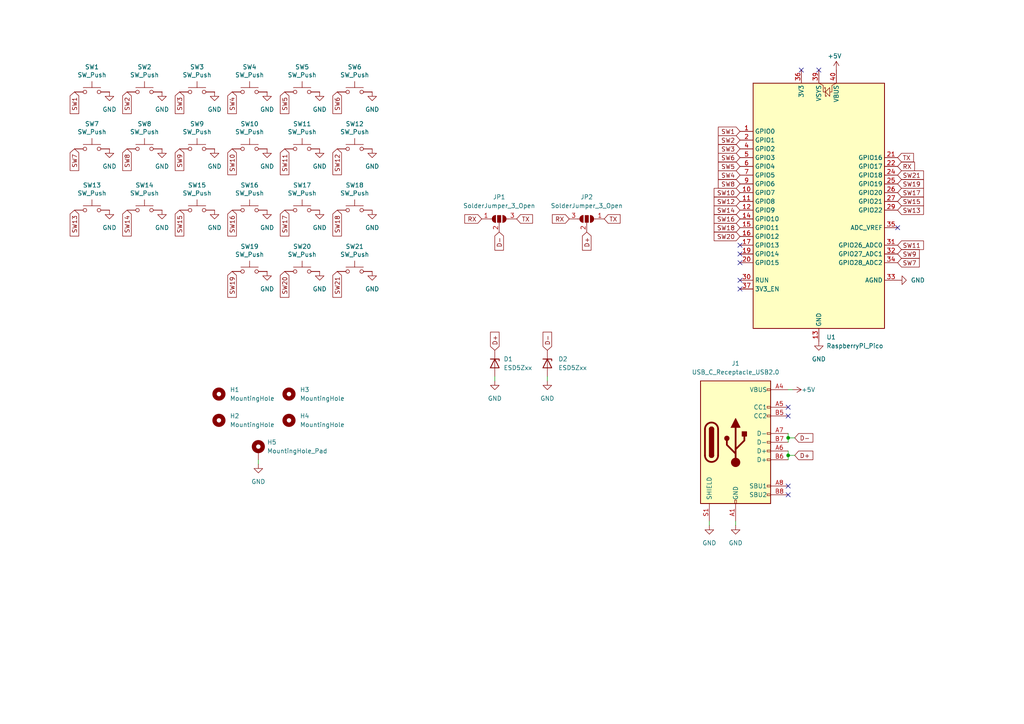
<source format=kicad_sch>
(kicad_sch (version 20231120) (generator "eeschema") (generator_version "8.0")
  (paper "A4")
  (title_block (title "Epsilon") (date "2024-01-07") (rev "0.1") (company "PR"))
  (lib_symbols
    (symbol "Connector:USB_C_Receptacle_USB2.0" (pin_names (offset 1.016))
      (property "Reference" "J" (at -10.16 19.05 0))
      (property "Value" "USB_C_Receptacle_USB2.0" (at 19.05 19.05 0))
      (symbol "USB_C_Receptacle_USB2.0_0_0"
        (rectangle (start -0.254 -17.78) (end 0.254 -16.764))
        (rectangle (start 10.16 -14.986) (end 9.144 -15.494))
        (rectangle (start 10.16 -12.446) (end 9.144 -12.954))
        (rectangle (start 10.16 -4.826) (end 9.144 -5.334))
        (rectangle (start 10.16 -2.286) (end 9.144 -2.794))
        (rectangle (start 10.16 0.254) (end 9.144 -0.254))
        (rectangle (start 10.16 2.794) (end 9.144 2.286))
        (rectangle (start 10.16 7.874) (end 9.144 7.366))
        (rectangle (start 10.16 10.414) (end 9.144 9.906))
        (rectangle (start 10.16 15.494) (end 9.144 14.986))
      )
      (symbol "USB_C_Receptacle_USB2.0_0_1"
        (rectangle (start -10.16 17.78) (end 10.16 -17.78) (stroke (width 0.254)) (fill (type background)))
        (arc (start -8.89 -3.81) (mid -6.985 -5.7067) (end -5.08 -3.81) (stroke (width 0.508)))
        (arc (start -7.62 -3.81) (mid -6.985 -4.4423) (end -6.35 -3.81) (stroke (width 0.254)))
        (arc (start -7.62 -3.81) (mid -6.985 -4.4423) (end -6.35 -3.81) (stroke (width 0.254)) (fill (type outline)))
        (rectangle (start -7.62 -3.81) (end -6.35 3.81) (stroke (width 0.254)) (fill (type outline)))
        (arc (start -6.35 3.81) (mid -6.985 4.4423) (end -7.62 3.81) (stroke (width 0.254)))
        (arc (start -6.35 3.81) (mid -6.985 4.4423) (end -7.62 3.81) (stroke (width 0.254)) (fill (type outline)))
        (arc (start -5.08 3.81) (mid -6.985 5.7067) (end -8.89 3.81) (stroke (width 0.508)))
        (circle (center -2.54 1.143) (radius 0.635) (stroke (width 0.254)) (fill (type outline)))
        (circle (center 0 -5.842) (radius 1.27) (fill (type outline)))
        (polyline (pts (xy -8.89 -3.81) (xy -8.89 3.81)) (stroke (width 0.508)))
        (polyline (pts (xy -5.08 3.81) (xy -5.08 -3.81)) (stroke (width 0.508)))
        (polyline (pts (xy 0 -5.842) (xy 0 4.318)) (stroke (width 0.508)))
        (polyline (pts (xy 0 -3.302) (xy -2.54 -0.762) (xy -2.54 0.508)) (stroke (width 0.508)))
        (polyline (pts (xy 0 -2.032) (xy 2.54 0.508) (xy 2.54 1.778)) (stroke (width 0.508)))
        (polyline (pts (xy -1.27 4.318) (xy 0 6.858) (xy 1.27 4.318) (xy -1.27 4.318)) (stroke (width 0.254)) (fill (type outline)))
        (rectangle (start 1.905 1.778) (end 3.175 3.048) (stroke (width 0.254)) (fill (type outline)))
      )
      (symbol "USB_C_Receptacle_USB2.0_1_1"
        (pin passive line (at 0 -22.86 90) (length 5.08) (name "GND") (number "A1"))
        (pin passive line (at 0 -22.86 90) (length 5.08) hide (name "GND") (number "A12"))
        (pin passive line (at 15.24 15.24 180) (length 5.08) (name "VBUS") (number "A4"))
        (pin bidirectional line (at 15.24 10.16 180) (length 5.08) (name "CC1") (number "A5"))
        (pin bidirectional line (at 15.24 -2.54 180) (length 5.08) (name "D+") (number "A6"))
        (pin bidirectional line (at 15.24 2.54 180) (length 5.08) (name "D-") (number "A7"))
        (pin bidirectional line (at 15.24 -12.7 180) (length 5.08) (name "SBU1") (number "A8"))
        (pin passive line (at 15.24 15.24 180) (length 5.08) hide (name "VBUS") (number "A9"))
        (pin passive line (at 0 -22.86 90) (length 5.08) hide (name "GND") (number "B1"))
        (pin passive line (at 0 -22.86 90) (length 5.08) hide (name "GND") (number "B12"))
        (pin passive line (at 15.24 15.24 180) (length 5.08) hide (name "VBUS") (number "B4"))
        (pin bidirectional line (at 15.24 7.62 180) (length 5.08) (name "CC2") (number "B5"))
        (pin bidirectional line (at 15.24 -5.08 180) (length 5.08) (name "D+") (number "B6"))
        (pin bidirectional line (at 15.24 0 180) (length 5.08) (name "D-") (number "B7"))
        (pin bidirectional line (at 15.24 -15.24 180) (length 5.08) (name "SBU2") (number "B8"))
        (pin passive line (at 15.24 15.24 180) (length 5.08) hide (name "VBUS") (number "B9"))
        (pin passive line (at -7.62 -22.86 90) (length 5.08) (name "SHIELD") (number "S1"))
      )
    )
    (symbol "Diode:ESD5Zxx" (pin_numbers hide) (pin_names hide)
      (property "Reference" "D" (at 0 2.54 0))
      (property "Value" "ESD5Zxx" (at 0 -2.54 0))
      (symbol "ESD5Zxx_0_1"
        (polyline (pts (xy 1.27 0) (xy -1.27 0)))
        (polyline (pts (xy -1.27 -1.27) (xy -1.27 1.27) (xy -0.762 1.27)) (stroke (width 0.254)))
        (polyline (pts (xy 1.27 -1.27) (xy 1.27 1.27) (xy -1.27 0) (xy 1.27 -1.27)) (stroke (width 0.254)))
      )
      (symbol "ESD5Zxx_1_1"
        (pin passive line (at -3.81 0 0) (length 2.54) (name "K") (number "1"))
        (pin passive line (at 3.81 0 180) (length 2.54) (name "A") (number "2"))
      )
    )
    (symbol "Jumper:SolderJumper_3_Open" (pin_names (offset 0) hide)
      (property "Reference" "JP" (at -2.54 -2.54 0))
      (property "Value" "SolderJumper_3_Open" (at 0 2.794 0))
      (symbol "SolderJumper_3_Open_0_1"
        (arc (start -1.016 1.016) (mid -2.0276 0) (end -1.016 -1.016))
        (arc (start -1.016 1.016) (mid -2.0276 0) (end -1.016 -1.016) (fill (type outline)))
        (rectangle (start -0.508 1.016) (end 0.508 -1.016) (fill (type outline)))
        (polyline (pts (xy -2.54 0) (xy -2.032 0)))
        (polyline (pts (xy -1.016 1.016) (xy -1.016 -1.016)))
        (polyline (pts (xy 0 -1.27) (xy 0 -1.016)))
        (polyline (pts (xy 1.016 1.016) (xy 1.016 -1.016)))
        (polyline (pts (xy 2.54 0) (xy 2.032 0)))
        (arc (start 1.016 -1.016) (mid 2.0276 0) (end 1.016 1.016))
        (arc (start 1.016 -1.016) (mid 2.0276 0) (end 1.016 1.016) (fill (type outline)))
      )
      (symbol "SolderJumper_3_Open_1_1"
        (pin passive line (at -5.08 0 0) (length 2.54) (name "A") (number "1"))
        (pin passive line (at 0 -3.81 90) (length 2.54) (name "C") (number "2"))
        (pin passive line (at 5.08 0 180) (length 2.54) (name "B") (number "3"))
      )
    )
    (symbol "Mechanical:MountingHole" (pin_names (offset 1.016))
      (property "Reference" "H" (at 0 5.08 0))
      (property "Value" "MountingHole" (at 0 3.175 0))
      (symbol "MountingHole_0_1"
        (circle (center 0 0) (radius 1.27) (stroke (width 1.27)))
      )
    )
    (symbol "Mechanical:MountingHole_Pad" (pin_numbers hide) (pin_names (offset 1.016) hide)
      (property "Reference" "H" (at 0 6.35 0))
      (property "Value" "MountingHole_Pad" (at 0 4.445 0))
      (symbol "MountingHole_Pad_0_1"
        (circle (center 0 1.27) (radius 1.27) (stroke (width 1.27)))
      )
      (symbol "MountingHole_Pad_1_1"
        (pin input line (at 0 -2.54 90) (length 2.54) (name "1") (number "1"))
      )
    )
    (symbol "Switch:SW_Push" (pin_numbers hide) (pin_names (offset 1.016) hide)
      (property "Reference" "SW" (at 1.27 2.54 0))
      (property "Value" "SW_Push" (at 0 -1.524 0))
      (symbol "SW_Push_0_1"
        (circle (center -2.032 0) (radius 0.508))
        (polyline (pts (xy 0 1.27) (xy 0 3.048)))
        (polyline (pts (xy 2.54 1.27) (xy -2.54 1.27)))
        (circle (center 2.032 0) (radius 0.508))
        (pin passive line (at -5.08 0 0) (length 2.54) (name "1") (number "1"))
        (pin passive line (at 5.08 0 180) (length 2.54) (name "2") (number "2"))
      )
    )
    (symbol "pico:RaspberryPi_Pico"
      (property "Reference" "U" (at -19.05 38.1 0))
      (property "Value" "RaspberryPi_Pico" (at 7.62 38.1 0))
      (symbol "RaspberryPi_Pico_0_1"
        (rectangle (start -19.05 36.83) (end 19.05 -34.29) (stroke (width 0.254)) (fill (type background)))
        (polyline (pts (xy 0 36.83) (xy 1.27 36.195) (xy 1.27 34.29) (xy 1.905 34.29)))
        (polyline (pts (xy 1.905 34.29) (xy 3.175 35.56) (xy 3.175 33.02) (xy 1.905 34.29)))
        (polyline (pts (xy 5.08 36.83) (xy 3.81 36.195) (xy 3.81 34.29) (xy 3.175 34.29)))
        (polyline (pts (xy 1.651 35.306) (xy 1.651 35.56) (xy 1.905 35.56) (xy 1.905 33.02) (xy 2.159 33.02) (xy 2.159 33.274)))
      )
      (symbol "RaspberryPi_Pico_1_1"
        (pin bidirectional line (at -22.86 22.86 0) (length 3.81) (name "GPIO0") (number "1"))
        (pin bidirectional line (at -22.86 5.08 0) (length 3.81) (name "GPIO7") (number "10"))
        (pin bidirectional line (at -22.86 2.54 0) (length 3.81) (name "GPIO8") (number "11"))
        (pin bidirectional line (at -22.86 0 0) (length 3.81) (name "GPIO9") (number "12"))
        (pin power_out line (at 0 -38.1 90) (length 3.81) (name "GND") (number "13"))
        (pin bidirectional line (at -22.86 -2.54 0) (length 3.81) (name "GPIO10") (number "14"))
        (pin bidirectional line (at -22.86 -5.08 0) (length 3.81) (name "GPIO11") (number "15"))
        (pin bidirectional line (at -22.86 -7.62 0) (length 3.81) (name "GPIO12") (number "16"))
        (pin bidirectional line (at -22.86 -10.16 0) (length 3.81) (name "GPIO13") (number "17"))
        (pin passive line (at 0 -38.1 90) (length 3.81) hide (name "GND") (number "18"))
        (pin bidirectional line (at -22.86 -12.7 0) (length 3.81) (name "GPIO14") (number "19"))
        (pin bidirectional line (at -22.86 20.32 0) (length 3.81) (name "GPIO1") (number "2"))
        (pin bidirectional line (at -22.86 -15.24 0) (length 3.81) (name "GPIO15") (number "20"))
        (pin bidirectional line (at 22.86 15.24 180) (length 3.81) (name "GPIO16") (number "21"))
        (pin bidirectional line (at 22.86 12.7 180) (length 3.81) (name "GPIO17") (number "22"))
        (pin passive line (at 0 -38.1 90) (length 3.81) hide (name "GND") (number "23"))
        (pin bidirectional line (at 22.86 10.16 180) (length 3.81) (name "GPIO18") (number "24"))
        (pin bidirectional line (at 22.86 7.62 180) (length 3.81) (name "GPIO19") (number "25"))
        (pin bidirectional line (at 22.86 5.08 180) (length 3.81) (name "GPIO20") (number "26"))
        (pin bidirectional line (at 22.86 2.54 180) (length 3.81) (name "GPIO21") (number "27"))
        (pin passive line (at 0 -38.1 90) (length 3.81) hide (name "GND") (number "28"))
        (pin bidirectional line (at 22.86 0 180) (length 3.81) (name "GPIO22") (number "29"))
        (pin passive line (at 0 -38.1 90) (length 3.81) hide (name "GND") (number "3"))
        (pin input line (at -22.86 -20.32 0) (length 3.81) (name "RUN") (number "30"))
        (pin bidirectional line (at 22.86 -10.16 180) (length 3.81) (name "GPIO26_ADC0") (number "31"))
        (pin bidirectional line (at 22.86 -12.7 180) (length 3.81) (name "GPIO27_ADC1") (number "32"))
        (pin power_in line (at 22.86 -20.32 180) (length 3.81) (name "AGND") (number "33"))
        (pin bidirectional line (at 22.86 -15.24 180) (length 3.81) (name "GPIO28_ADC2") (number "34"))
        (pin power_in line (at 22.86 -5.08 180) (length 3.81) (name "ADC_VREF") (number "35"))
        (pin power_out line (at -5.08 40.64 270) (length 3.81) (name "3V3") (number "36"))
        (pin input line (at -22.86 -22.86 0) (length 3.81) (name "3V3_EN") (number "37"))
        (pin passive line (at 0 -38.1 90) (length 3.81) hide (name "GND") (number "38"))
        (pin power_in line (at 0 40.64 270) (length 3.81) (name "VSYS") (number "39"))
        (pin bidirectional line (at -22.86 17.78 0) (length 3.81) (name "GPIO2") (number "4"))
        (pin power_out line (at 5.08 40.64 270) (length 3.81) (name "VBUS") (number "40"))
        (pin bidirectional line (at -22.86 15.24 0) (length 3.81) (name "GPIO3") (number "5"))
        (pin bidirectional line (at -22.86 12.7 0) (length 3.81) (name "GPIO4") (number "6"))
        (pin bidirectional line (at -22.86 10.16 0) (length 3.81) (name "GPIO5") (number "7"))
        (pin passive line (at 0 -38.1 90) (length 3.81) hide (name "GND") (number "8"))
        (pin bidirectional line (at -22.86 7.62 0) (length 3.81) (name "GPIO6") (number "9"))
      )
    )
    (symbol "power:+5V" (power) (pin_numbers hide) (pin_names (offset 0) hide)
      (property "Value" "+5V" (at 0 3.556 0))
      (symbol "+5V_0_1"
        (polyline (pts (xy -0.762 1.27) (xy 0 2.54)))
        (polyline (pts (xy 0 0) (xy 0 2.54)))
        (polyline (pts (xy 0 2.54) (xy 0.762 1.27)))
      )
      (symbol "+5V_1_1"
        (pin power_in line (at 0 0 90) (length 0) (name "~") (number "1"))
      )
    )
    (symbol "power:GND" (power) (pin_numbers hide) (pin_names (offset 0) hide)
      (property "Value" "GND" (at 0 -3.81 0))
      (symbol "GND_0_1"
        (polyline (pts (xy 0 0) (xy 0 -1.27) (xy 1.27 -1.27) (xy 0 -2.54) (xy -1.27 -1.27) (xy 0 -1.27)))
      )
      (symbol "GND_1_1"
        (pin power_in line (at 0 0 270) (length 0) (name "~") (number "1"))
      )
    )
  )
  (junction (at 228.6 127))
  (junction (at 228.6 132.08))
  (no_connect (at 214.63 81.28))
  (no_connect (at 214.63 71.12))
  (no_connect (at 214.63 73.66))
  (no_connect (at 228.6 120.65))
  (no_connect (at 214.63 76.2))
  (no_connect (at 214.63 83.82))
  (no_connect (at 228.6 143.51))
  (no_connect (at 228.6 118.11))
  (no_connect (at 228.6 140.97))
  (no_connect (at 232.41 20.32))
  (no_connect (at 237.49 20.32))
  (no_connect (at 260.35 66.04))
  (wire (pts (xy 143.51 110.49) (xy 143.51 109.22)))
  (wire (pts (xy 228.6 130.81) (xy 228.6 132.08)))
  (wire (pts (xy 205.74 152.4) (xy 205.74 151.13)))
  (wire (pts (xy 229.87 113.03) (xy 228.6 113.03)))
  (wire (pts (xy 230.505 127) (xy 228.6 127)))
  (wire (pts (xy 228.6 125.73) (xy 228.6 127)))
  (wire (pts (xy 228.6 127) (xy 228.6 128.27)))
  (wire (pts (xy 230.505 132.08) (xy 228.6 132.08)))
  (wire (pts (xy 158.75 110.49) (xy 158.75 109.22)))
  (wire (pts (xy 228.6 132.08) (xy 228.6 133.35)))
  (wire (pts (xy 74.93 134.62) (xy 74.93 133.35)))
  (wire (pts (xy 213.36 152.4) (xy 213.36 151.13)))
  (global_label "SW18" (shape input) (at 214.63 66.04 180) (property "Intersheetrefs" "${INTERSHEET_REFS}" (effects (hide yes))))
  (global_label "SW16" (shape input) (at 67.31 60.96 270) (property "Intersheetrefs" "${INTERSHEET_REFS}" (effects (hide yes))))
  (global_label "SW15" (shape input) (at 260.35 58.42 0) (property "Intersheetrefs" "${INTERSHEET_REFS}" (effects (hide yes))))
  (global_label "RX" (shape input) (at 260.35 48.26 0) (property "Intersheetrefs" "${INTERSHEET_REFS}" (effects (hide yes))))
  (global_label "SW15" (shape input) (at 52.07 60.96 270) (property "Intersheetrefs" "${INTERSHEET_REFS}" (effects (hide yes))))
  (global_label "D+" (shape input) (at 170.18 67.31 270) (property "Intersheetrefs" "${INTERSHEET_REFS}" (effects (hide yes))))
  (global_label "SW14" (shape input) (at 214.63 60.96 180) (property "Intersheetrefs" "${INTERSHEET_REFS}" (effects (hide yes))))
  (global_label "SW21" (shape input) (at 260.35 50.8 0) (property "Intersheetrefs" "${INTERSHEET_REFS}" (effects (hide yes))))
  (global_label "TX" (shape input) (at 149.86 63.5 0) (property "Intersheetrefs" "${INTERSHEET_REFS}" (effects (hide yes))))
  (global_label "SW6" (shape input) (at 97.79 26.67 270) (property "Intersheetrefs" "${INTERSHEET_REFS}" (effects (hide yes))))
  (global_label "SW6" (shape input) (at 214.63 45.72 180) (property "Intersheetrefs" "${INTERSHEET_REFS}" (effects (hide yes))))
  (global_label "SW18" (shape input) (at 97.79 60.96 270) (property "Intersheetrefs" "${INTERSHEET_REFS}" (effects (hide yes))))
  (global_label "SW4" (shape input) (at 214.63 50.8 180) (property "Intersheetrefs" "${INTERSHEET_REFS}" (effects (hide yes))))
  (global_label "RX" (shape input) (at 165.1 63.5 180) (property "Intersheetrefs" "${INTERSHEET_REFS}" (effects (hide yes))))
  (global_label "SW2" (shape input) (at 36.83 26.67 270) (property "Intersheetrefs" "${INTERSHEET_REFS}" (effects (hide yes))))
  (global_label "SW2" (shape input) (at 214.63 40.64 180) (property "Intersheetrefs" "${INTERSHEET_REFS}" (effects (hide yes))))
  (global_label "TX" (shape input) (at 175.26 63.5 0) (property "Intersheetrefs" "${INTERSHEET_REFS}" (effects (hide yes))))
  (global_label "SW17" (shape input) (at 260.35 55.88 0) (property "Intersheetrefs" "${INTERSHEET_REFS}" (effects (hide yes))))
  (global_label "SW14" (shape input) (at 36.83 60.96 270) (property "Intersheetrefs" "${INTERSHEET_REFS}" (effects (hide yes))))
  (global_label "SW10" (shape input) (at 214.63 55.88 180) (property "Intersheetrefs" "${INTERSHEET_REFS}" (effects (hide yes))))
  (global_label "D-" (shape input) (at 158.75 101.6 90) (property "Intersheetrefs" "${INTERSHEET_REFS}" (effects (hide yes))))
  (global_label "SW19" (shape input) (at 67.31 78.74 270) (property "Intersheetrefs" "${INTERSHEET_REFS}" (effects (hide yes))))
  (global_label "SW3" (shape input) (at 214.63 43.18 180) (property "Intersheetrefs" "${INTERSHEET_REFS}" (effects (hide yes))))
  (global_label "SW5" (shape input) (at 214.63 48.26 180) (property "Intersheetrefs" "${INTERSHEET_REFS}" (effects (hide yes))))
  (global_label "SW13" (shape input) (at 21.59 60.96 270) (property "Intersheetrefs" "${INTERSHEET_REFS}" (effects (hide yes))))
  (global_label "SW10" (shape input) (at 67.31 43.18 270) (property "Intersheetrefs" "${INTERSHEET_REFS}" (effects (hide yes))))
  (global_label "SW9" (shape input) (at 260.35 73.66 0) (property "Intersheetrefs" "${INTERSHEET_REFS}" (effects (hide yes))))
  (global_label "SW17" (shape input) (at 82.55 60.96 270) (property "Intersheetrefs" "${INTERSHEET_REFS}" (effects (hide yes))))
  (global_label "SW11" (shape input) (at 82.55 43.18 270) (property "Intersheetrefs" "${INTERSHEET_REFS}" (effects (hide yes))))
  (global_label "SW3" (shape input) (at 52.07 26.67 270) (property "Intersheetrefs" "${INTERSHEET_REFS}" (effects (hide yes))))
  (global_label "D-" (shape input) (at 144.78 67.31 270) (property "Intersheetrefs" "${INTERSHEET_REFS}" (effects (hide yes))))
  (global_label "SW11" (shape input) (at 260.35 71.12 0) (property "Intersheetrefs" "${INTERSHEET_REFS}" (effects (hide yes))))
  (global_label "SW4" (shape input) (at 67.31 26.67 270) (property "Intersheetrefs" "${INTERSHEET_REFS}" (effects (hide yes))))
  (global_label "SW8" (shape input) (at 36.83 43.18 270) (property "Intersheetrefs" "${INTERSHEET_REFS}" (effects (hide yes))))
  (global_label "SW5" (shape input) (at 82.55 26.67 270) (property "Intersheetrefs" "${INTERSHEET_REFS}" (effects (hide yes))))
  (global_label "D-" (shape input) (at 230.505 127 0) (property "Intersheetrefs" "${INTERSHEET_REFS}" (effects (hide yes))))
  (global_label "D+" (shape input) (at 230.505 132.08 0) (property "Intersheetrefs" "${INTERSHEET_REFS}" (effects (hide yes))))
  (global_label "SW20" (shape input) (at 214.63 68.58 180) (property "Intersheetrefs" "${INTERSHEET_REFS}" (effects (hide yes))))
  (global_label "SW1" (shape input) (at 214.63 38.1 180) (property "Intersheetrefs" "${INTERSHEET_REFS}" (effects (hide yes))))
  (global_label "SW8" (shape input) (at 214.63 53.34 180) (property "Intersheetrefs" "${INTERSHEET_REFS}" (effects (hide yes))))
  (global_label "SW7" (shape input) (at 260.35 76.2 0) (property "Intersheetrefs" "${INTERSHEET_REFS}" (effects (hide yes))))
  (global_label "SW20" (shape input) (at 82.55 78.74 270) (property "Intersheetrefs" "${INTERSHEET_REFS}" (effects (hide yes))))
  (global_label "SW13" (shape input) (at 260.35 60.96 0) (property "Intersheetrefs" "${INTERSHEET_REFS}" (effects (hide yes))))
  (global_label "RX" (shape input) (at 139.7 63.5 180) (property "Intersheetrefs" "${INTERSHEET_REFS}" (effects (hide yes))))
  (global_label "SW21" (shape input) (at 97.79 78.74 270) (property "Intersheetrefs" "${INTERSHEET_REFS}" (effects (hide yes))))
  (global_label "SW19" (shape input) (at 260.35 53.34 0) (property "Intersheetrefs" "${INTERSHEET_REFS}" (effects (hide yes))))
  (global_label "SW12" (shape input) (at 97.79 43.18 270) (property "Intersheetrefs" "${INTERSHEET_REFS}" (effects (hide yes))))
  (global_label "TX" (shape input) (at 260.35 45.72 0) (property "Intersheetrefs" "${INTERSHEET_REFS}" (effects (hide yes))))
  (global_label "D+" (shape input) (at 143.51 101.6 90) (property "Intersheetrefs" "${INTERSHEET_REFS}" (effects (hide yes))))
  (global_label "SW12" (shape input) (at 214.63 58.42 180) (property "Intersheetrefs" "${INTERSHEET_REFS}" (effects (hide yes))))
  (global_label "SW1" (shape input) (at 21.59 26.67 270) (property "Intersheetrefs" "${INTERSHEET_REFS}" (effects (hide yes))))
  (global_label "SW7" (shape input) (at 21.59 43.18 270) (property "Intersheetrefs" "${INTERSHEET_REFS}" (effects (hide yes))))
  (global_label "SW9" (shape input) (at 52.07 43.18 270) (property "Intersheetrefs" "${INTERSHEET_REFS}" (effects (hide yes))))
  (global_label "SW16" (shape input) (at 214.63 63.5 180) (property "Intersheetrefs" "${INTERSHEET_REFS}" (effects (hide yes))))
  (symbol (lib_id "Switch:SW_Push") (at 26.67 26.67 0) (unit 1)
    (property "Reference" "SW1" (at 26.67 19.431 0))
    (property "Value" "SW_Push" (at 26.67 21.7424 0))
    (property "Footprint" "local:SW_Hotswap_Kailh_MX_DS_1.00u" (effects (hide yes)))
    (property "Description" "Push button switch, generic, two pins" (effects (hide yes)))
  )
  (symbol (lib_id "Connector:USB_C_Receptacle_USB2.0") (at 213.36 128.27 0) (unit 1)
    (property "Reference" "J1" (at 213.36 105.41 0))
    (property "Value" "USB_C_Receptacle_USB2.0" (at 213.36 107.95 0))
    (property "Footprint" "local:USB_C_Receptacle_JBL" (effects (hide yes)))
    (property "Description" "USB 2.0-only Type-C Receptacle connector" (effects (hide yes)))
  )
  (symbol (lib_id "Jumper:SolderJumper_3_Open") (at 170.18 63.5 0) (mirror y) (unit 1)
    (property "Reference" "JP2" (at 170.18 57.15 0))
    (property "Value" "SolderJumper_3_Open" (at 170.18 59.69 0))
    (property "Footprint" "local:R_0805_2012Metric_Pad1.20x1.40mm_Jumper_HandSolder" (effects (hide yes)))
    (property "Description" "Solder Jumper, 3-pole, open" (effects (hide yes)))
  )
  (symbol (lib_id "Mechanical:MountingHole") (at 83.82 114.3 0) (unit 1) (in_bom no)
    (property "Reference" "H3" (at 86.995 113.03 0) (effects (justify left)))
    (property "Value" "MountingHole" (at 86.995 115.57 0) (effects (justify left)))
    (property "Footprint" "local:MountingHole_3.2mm_M3" (effects (hide yes)))
    (property "Description" "Mounting Hole without connection" (effects (hide yes)))
  )
  (symbol (lib_id "power:GND") (at 46.99 26.67 0) (unit 1)
    (property "Reference" "#PWR04" (effects (hide yes)))
    (property "Value" "GND" (at 46.99 31.75 0))
    (property "Description" "Power symbol creates a global label with name \"GND\" , ground" (effects (hide yes)))
  )
  (symbol (lib_id "power:GND") (at 107.95 60.96 0) (unit 1)
    (property "Reference" "#PWR020" (effects (hide yes)))
    (property "Value" "GND" (at 107.95 66.04 0))
    (property "Description" "Power symbol creates a global label with name \"GND\" , ground" (effects (hide yes)))
  )
  (symbol (lib_id "Switch:SW_Push") (at 87.63 43.18 0) (unit 1)
    (property "Reference" "SW11" (at 87.63 35.941 0))
    (property "Value" "SW_Push" (at 87.63 38.2524 0))
    (property "Footprint" "local:SW_Hotswap_Kailh_MX_DS_1.00u" (effects (hide yes)))
    (property "Description" "Push button switch, generic, two pins" (effects (hide yes)))
  )
  (symbol (lib_id "power:GND") (at 107.95 26.67 0) (unit 1)
    (property "Reference" "#PWR08" (effects (hide yes)))
    (property "Value" "GND" (at 107.95 31.75 0))
    (property "Description" "Power symbol creates a global label with name \"GND\" , ground" (effects (hide yes)))
  )
  (symbol (lib_id "Switch:SW_Push") (at 87.63 60.96 0) (unit 1)
    (property "Reference" "SW17" (at 87.63 53.721 0))
    (property "Value" "SW_Push" (at 87.63 56.0324 0))
    (property "Footprint" "local:SW_Hotswap_Kailh_MX_DS_1.00u" (effects (hide yes)))
    (property "Description" "Push button switch, generic, two pins" (effects (hide yes)))
  )
  (symbol (lib_id "power:GND") (at 77.47 26.67 0) (unit 1)
    (property "Reference" "#PWR06" (effects (hide yes)))
    (property "Value" "GND" (at 77.47 31.75 0))
    (property "Description" "Power symbol creates a global label with name \"GND\" , ground" (effects (hide yes)))
  )
  (symbol (lib_id "power:GND") (at 205.74 152.4 0) (unit 1)
    (property "Reference" "#PWR030" (effects (hide yes)))
    (property "Value" "GND" (at 205.74 157.48 0))
    (property "Description" "Power symbol creates a global label with name \"GND\" , ground" (effects (hide yes)))
  )
  (symbol (lib_id "Mechanical:MountingHole") (at 63.5 114.3 0) (unit 1) (in_bom no)
    (property "Reference" "H1" (at 66.675 113.03 0) (effects (justify left)))
    (property "Value" "MountingHole" (at 66.675 115.57 0) (effects (justify left)))
    (property "Footprint" "local:MountingHole_3.2mm_M3" (effects (hide yes)))
    (property "Description" "Mounting Hole without connection" (effects (hide yes)))
  )
  (symbol (lib_id "power:GND") (at 62.23 26.67 0) (unit 1)
    (property "Reference" "#PWR05" (effects (hide yes)))
    (property "Value" "GND" (at 62.23 31.75 0))
    (property "Description" "Power symbol creates a global label with name \"GND\" , ground" (effects (hide yes)))
  )
  (symbol (lib_id "power:GND") (at 77.47 60.96 0) (unit 1)
    (property "Reference" "#PWR018" (effects (hide yes)))
    (property "Value" "GND" (at 77.47 66.04 0))
    (property "Description" "Power symbol creates a global label with name \"GND\" , ground" (effects (hide yes)))
  )
  (symbol (lib_id "Switch:SW_Push") (at 26.67 43.18 0) (unit 1)
    (property "Reference" "SW7" (at 26.67 35.941 0))
    (property "Value" "SW_Push" (at 26.67 38.2524 0))
    (property "Footprint" "local:SW_Hotswap_Kailh_MX_DS_1.00u" (effects (hide yes)))
    (property "Description" "Push button switch, generic, two pins" (effects (hide yes)))
  )
  (symbol (lib_id "Switch:SW_Push") (at 41.91 60.96 0) (unit 1)
    (property "Reference" "SW14" (at 41.91 53.721 0))
    (property "Value" "SW_Push" (at 41.91 56.0324 0))
    (property "Footprint" "local:SW_Hotswap_Kailh_MX_DS_1.00u" (effects (hide yes)))
    (property "Description" "Push button switch, generic, two pins" (effects (hide yes)))
  )
  (symbol (lib_id "power:GND") (at 62.23 43.18 0) (unit 1)
    (property "Reference" "#PWR011" (effects (hide yes)))
    (property "Value" "GND" (at 62.23 48.26 0))
    (property "Description" "Power symbol creates a global label with name \"GND\" , ground" (effects (hide yes)))
  )
  (symbol (lib_id "power:GND") (at 92.71 43.18 0) (unit 1)
    (property "Reference" "#PWR013" (effects (hide yes)))
    (property "Value" "GND" (at 92.71 48.26 0))
    (property "Description" "Power symbol creates a global label with name \"GND\" , ground" (effects (hide yes)))
  )
  (symbol (lib_id "power:GND") (at 143.51 110.49 0) (unit 1)
    (property "Reference" "#PWR025" (effects (hide yes)))
    (property "Value" "GND" (at 143.51 115.57 0))
    (property "Description" "Power symbol creates a global label with name \"GND\" , ground" (effects (hide yes)))
  )
  (symbol (lib_id "Switch:SW_Push") (at 41.91 43.18 0) (unit 1)
    (property "Reference" "SW8" (at 41.91 35.941 0))
    (property "Value" "SW_Push" (at 41.91 38.2524 0))
    (property "Footprint" "local:SW_Hotswap_Kailh_MX_DS_1.00u" (effects (hide yes)))
    (property "Description" "Push button switch, generic, two pins" (effects (hide yes)))
  )
  (symbol (lib_id "power:GND") (at 92.71 26.67 0) (unit 1)
    (property "Reference" "#PWR07" (effects (hide yes)))
    (property "Value" "GND" (at 92.71 31.75 0))
    (property "Description" "Power symbol creates a global label with name \"GND\" , ground" (effects (hide yes)))
  )
  (symbol (lib_id "power:GND") (at 107.95 78.74 0) (unit 1)
    (property "Reference" "#PWR023" (effects (hide yes)))
    (property "Value" "GND" (at 107.95 83.82 0))
    (property "Description" "Power symbol creates a global label with name \"GND\" , ground" (effects (hide yes)))
  )
  (symbol (lib_id "power:GND") (at 74.93 134.62 0) (unit 1)
    (property "Reference" "#PWR024" (effects (hide yes)))
    (property "Value" "GND" (at 74.93 139.7 0))
    (property "Description" "Power symbol creates a global label with name \"GND\" , ground" (effects (hide yes)))
  )
  (symbol (lib_id "Switch:SW_Push") (at 57.15 60.96 0) (unit 1)
    (property "Reference" "SW15" (at 57.15 53.721 0))
    (property "Value" "SW_Push" (at 57.15 56.0324 0))
    (property "Footprint" "local:SW_Hotswap_Kailh_MX_DS_1.00u" (effects (hide yes)))
    (property "Description" "Push button switch, generic, two pins" (effects (hide yes)))
  )
  (symbol (lib_id "power:GND") (at 46.99 43.18 0) (unit 1)
    (property "Reference" "#PWR010" (effects (hide yes)))
    (property "Value" "GND" (at 46.99 48.26 0))
    (property "Description" "Power symbol creates a global label with name \"GND\" , ground" (effects (hide yes)))
  )
  (symbol (lib_id "power:+5V") (at 229.87 113.03 270) (unit 1)
    (property "Reference" "#PWR02" (effects (hide yes)))
    (property "Value" "+5V" (at 234.442 113.03 90))
    (property "Description" "Power symbol creates a global label with name \"+5V\"" (effects (hide yes)))
  )
  (symbol (lib_id "Mechanical:MountingHole") (at 83.82 121.92 0) (unit 1)
    (property "Reference" "H4" (at 86.995 120.65 0) (effects (justify left)))
    (property "Value" "MountingHole" (at 86.995 123.19 0) (effects (justify left)))
    (property "Footprint" "MountingHole:MountingHole_3.2mm_M3" (effects (hide yes)))
    (property "Description" "Mounting Hole without connection" (effects (hide yes)))
  )
  (symbol (lib_id "Switch:SW_Push") (at 57.15 26.67 0) (unit 1)
    (property "Reference" "SW3" (at 57.15 19.431 0))
    (property "Value" "SW_Push" (at 57.15 21.7424 0))
    (property "Footprint" "local:SW_Hotswap_Kailh_MX_DS_1.00u" (effects (hide yes)))
    (property "Description" "Push button switch, generic, two pins" (effects (hide yes)))
  )
  (symbol (lib_id "Switch:SW_Push") (at 72.39 78.74 0) (unit 1)
    (property "Reference" "SW19" (at 72.39 71.501 0))
    (property "Value" "SW_Push" (at 72.39 73.8124 0))
    (property "Footprint" "local:SW_Hotswap_Kailh_MX_DS_1.00u" (effects (hide yes)))
    (property "Description" "Push button switch, generic, two pins" (effects (hide yes)))
  )
  (symbol (lib_id "Switch:SW_Push") (at 72.39 60.96 0) (unit 1)
    (property "Reference" "SW16" (at 72.39 53.721 0))
    (property "Value" "SW_Push" (at 72.39 56.0324 0))
    (property "Footprint" "local:SW_Hotswap_Kailh_MX_DS_1.00u" (effects (hide yes)))
    (property "Description" "Push button switch, generic, two pins" (effects (hide yes)))
  )
  (symbol (lib_id "Mechanical:MountingHole_Pad") (at 74.93 130.81 0) (unit 1)
    (property "Reference" "H5" (at 77.47 128.2699 0) (effects (justify left)))
    (property "Value" "MountingHole_Pad" (at 77.47 130.8099 0) (effects (justify left)))
    (property "Footprint" "MountingHole:MountingHole_3.2mm_M3_DIN965_Pad" (effects (hide yes)))
    (property "Description" "Mounting Hole with connection" (effects (hide yes)))
  )
  (symbol (lib_id "Jumper:SolderJumper_3_Open") (at 144.78 63.5 0) (unit 1)
    (property "Reference" "JP1" (at 144.78 57.15 0))
    (property "Value" "SolderJumper_3_Open" (at 144.78 59.69 0))
    (property "Footprint" "local:R_0805_2012Metric_Pad1.20x1.40mm_Jumper_HandSolder" (effects (hide yes)))
    (property "Description" "Solder Jumper, 3-pole, open" (effects (hide yes)))
  )
  (symbol (lib_id "power:GND") (at 92.71 78.74 0) (unit 1)
    (property "Reference" "#PWR022" (effects (hide yes)))
    (property "Value" "GND" (at 92.71 83.82 0))
    (property "Description" "Power symbol creates a global label with name \"GND\" , ground" (effects (hide yes)))
  )
  (symbol (lib_id "power:GND") (at 46.99 60.96 0) (unit 1)
    (property "Reference" "#PWR016" (effects (hide yes)))
    (property "Value" "GND" (at 46.99 66.04 0))
    (property "Description" "Power symbol creates a global label with name \"GND\" , ground" (effects (hide yes)))
  )
  (symbol (lib_id "Switch:SW_Push") (at 87.63 26.67 0) (unit 1)
    (property "Reference" "SW5" (at 87.63 19.431 0))
    (property "Value" "SW_Push" (at 87.63 21.7424 0))
    (property "Footprint" "local:SW_Hotswap_Kailh_MX_DS_1.00u" (effects (hide yes)))
    (property "Description" "Push button switch, generic, two pins" (effects (hide yes)))
  )
  (symbol (lib_id "Switch:SW_Push") (at 102.87 78.74 0) (unit 1)
    (property "Reference" "SW21" (at 102.87 71.501 0))
    (property "Value" "SW_Push" (at 102.87 73.8124 0))
    (property "Footprint" "local:SW_Hotswap_Kailh_MX_DS_1.00u" (effects (hide yes)))
    (property "Description" "Push button switch, generic, two pins" (effects (hide yes)))
  )
  (symbol (lib_id "Switch:SW_Push") (at 87.63 78.74 0) (unit 1)
    (property "Reference" "SW20" (at 87.63 71.501 0))
    (property "Value" "SW_Push" (at 87.63 73.8124 0))
    (property "Footprint" "local:SW_Hotswap_Kailh_MX_DS_1.00u" (effects (hide yes)))
    (property "Description" "Push button switch, generic, two pins" (effects (hide yes)))
  )
  (symbol (lib_id "power:GND") (at 62.23 60.96 0) (unit 1)
    (property "Reference" "#PWR017" (effects (hide yes)))
    (property "Value" "GND" (at 62.23 66.04 0))
    (property "Description" "Power symbol creates a global label with name \"GND\" , ground" (effects (hide yes)))
  )
  (symbol (lib_id "power:+5V") (at 242.57 20.32 0) (unit 1)
    (property "Reference" "#PWR01" (effects (hide yes)))
    (property "Value" "+5V" (at 242.062 16.256 0))
    (property "Description" "Power symbol creates a global label with name \"+5V\"" (effects (hide yes)))
  )
  (symbol (lib_id "power:GND") (at 77.47 43.18 0) (unit 1)
    (property "Reference" "#PWR012" (effects (hide yes)))
    (property "Value" "GND" (at 77.47 48.26 0))
    (property "Description" "Power symbol creates a global label with name \"GND\" , ground" (effects (hide yes)))
  )
  (symbol (lib_id "power:GND") (at 31.75 26.67 0) (unit 1)
    (property "Reference" "#PWR03" (effects (hide yes)))
    (property "Value" "GND" (at 31.75 31.75 0))
    (property "Description" "Power symbol creates a global label with name \"GND\" , ground" (effects (hide yes)))
  )
  (symbol (lib_id "Switch:SW_Push") (at 57.15 43.18 0) (unit 1)
    (property "Reference" "SW9" (at 57.15 35.941 0))
    (property "Value" "SW_Push" (at 57.15 38.2524 0))
    (property "Footprint" "local:SW_Hotswap_Kailh_MX_DS_1.00u" (effects (hide yes)))
    (property "Description" "Push button switch, generic, two pins" (effects (hide yes)))
  )
  (symbol (lib_id "Diode:ESD5Zxx") (at 158.75 105.41 270) (unit 1)
    (property "Reference" "D2" (at 161.925 104.1399 90) (effects (justify left)))
    (property "Value" "ESD5Zxx" (at 161.925 106.6799 90) (effects (justify left)))
    (property "Footprint" "local:D_SOD-323_TH_HandSoldering" (effects (hide yes)))
    (property "Description" "ESD Protection Diode, SOD-523" (effects (hide yes)))
  )
  (symbol (lib_id "Switch:SW_Push") (at 72.39 26.67 0) (unit 1)
    (property "Reference" "SW4" (at 72.39 19.431 0))
    (property "Value" "SW_Push" (at 72.39 21.7424 0))
    (property "Footprint" "local:SW_Hotswap_Kailh_MX_DS_1.00u" (effects (hide yes)))
    (property "Description" "Push button switch, generic, two pins" (effects (hide yes)))
  )
  (symbol (lib_id "Mechanical:MountingHole") (at 63.5 121.92 0) (unit 1) (in_bom no)
    (property "Reference" "H2" (at 66.675 120.65 0) (effects (justify left)))
    (property "Value" "MountingHole" (at 66.675 123.19 0) (effects (justify left)))
    (property "Footprint" "local:MountingHole_3.2mm_M3" (effects (hide yes)))
    (property "Description" "Mounting Hole without connection" (effects (hide yes)))
  )
  (symbol (lib_id "power:GND") (at 237.49 99.06 0) (unit 1)
    (property "Reference" "#PWR027" (effects (hide yes)))
    (property "Value" "GND" (at 237.49 104.14 0))
    (property "Description" "Power symbol creates a global label with name \"GND\" , ground" (effects (hide yes)))
  )
  (symbol (lib_id "power:GND") (at 260.35 81.28 90) (unit 1)
    (property "Reference" "#PWR028" (effects (hide yes)))
    (property "Value" "GND" (at 264.16 81.2799 90) (effects (justify right)))
    (property "Description" "Power symbol creates a global label with name \"GND\" , ground" (effects (hide yes)))
  )
  (symbol (lib_id "Diode:ESD5Zxx") (at 143.51 105.41 270) (unit 1)
    (property "Reference" "D1" (at 146.05 104.1399 90) (effects (justify left)))
    (property "Value" "ESD5Zxx" (at 146.05 106.6799 90) (effects (justify left)))
    (property "Footprint" "local:D_SOD-323_TH_HandSoldering" (effects (hide yes)))
    (property "Description" "ESD Protection Diode, SOD-523" (effects (hide yes)))
  )
  (symbol (lib_id "Switch:SW_Push") (at 72.39 43.18 0) (unit 1)
    (property "Reference" "SW10" (at 72.39 35.941 0))
    (property "Value" "SW_Push" (at 72.39 38.2524 0))
    (property "Footprint" "local:SW_Hotswap_Kailh_MX_DS_1.00u" (effects (hide yes)))
    (property "Description" "Push button switch, generic, two pins" (effects (hide yes)))
  )
  (symbol (lib_id "power:GND") (at 107.95 43.18 0) (unit 1)
    (property "Reference" "#PWR014" (effects (hide yes)))
    (property "Value" "GND" (at 107.95 48.26 0))
    (property "Description" "Power symbol creates a global label with name \"GND\" , ground" (effects (hide yes)))
  )
  (symbol (lib_id "power:GND") (at 77.47 78.74 0) (unit 1)
    (property "Reference" "#PWR021" (effects (hide yes)))
    (property "Value" "GND" (at 77.47 83.82 0))
    (property "Description" "Power symbol creates a global label with name \"GND\" , ground" (effects (hide yes)))
  )
  (symbol (lib_id "power:GND") (at 158.75 110.49 0) (unit 1)
    (property "Reference" "#PWR026" (effects (hide yes)))
    (property "Value" "GND" (at 158.75 115.57 0))
    (property "Description" "Power symbol creates a global label with name \"GND\" , ground" (effects (hide yes)))
  )
  (symbol (lib_id "Switch:SW_Push") (at 102.87 43.18 0) (unit 1)
    (property "Reference" "SW12" (at 102.87 35.941 0))
    (property "Value" "SW_Push" (at 102.87 38.2524 0))
    (property "Footprint" "local:SW_Hotswap_Kailh_MX_DS_1.00u" (effects (hide yes)))
    (property "Description" "Push button switch, generic, two pins" (effects (hide yes)))
  )
  (symbol (lib_id "Switch:SW_Push") (at 41.91 26.67 0) (unit 1)
    (property "Reference" "SW2" (at 41.91 19.431 0))
    (property "Value" "SW_Push" (at 41.91 21.7424 0))
    (property "Footprint" "local:SW_Hotswap_Kailh_MX_DS_1.00u" (effects (hide yes)))
    (property "Description" "Push button switch, generic, two pins" (effects (hide yes)))
  )
  (symbol (lib_id "Switch:SW_Push") (at 102.87 60.96 0) (unit 1)
    (property "Reference" "SW18" (at 102.87 53.721 0))
    (property "Value" "SW_Push" (at 102.87 56.0324 0))
    (property "Footprint" "local:SW_Hotswap_Kailh_MX_DS_1.00u" (effects (hide yes)))
    (property "Description" "Push button switch, generic, two pins" (effects (hide yes)))
  )
  (symbol (lib_id "Switch:SW_Push") (at 26.67 60.96 0) (unit 1)
    (property "Reference" "SW13" (at 26.67 53.721 0))
    (property "Value" "SW_Push" (at 26.67 56.0324 0))
    (property "Footprint" "local:SW_Hotswap_Kailh_MX_DS_1.00u" (effects (hide yes)))
    (property "Description" "Push button switch, generic, two pins" (effects (hide yes)))
  )
  (symbol (lib_id "Switch:SW_Push") (at 102.87 26.67 0) (unit 1)
    (property "Reference" "SW6" (at 102.87 19.431 0))
    (property "Value" "SW_Push" (at 102.87 21.7424 0))
    (property "Footprint" "local:SW_Hotswap_Kailh_MX_DS_1.00u" (effects (hide yes)))
    (property "Description" "Push button switch, generic, two pins" (effects (hide yes)))
  )
  (symbol (lib_id "pico:RaspberryPi_Pico") (at 237.49 60.96 0) (unit 1)
    (property "Reference" "U1" (at 239.6841 97.79 0) (effects (justify left)))
    (property "Value" "RaspberryPi_Pico" (at 239.6841 100.33 0) (effects (justify left)))
    (property "Footprint" "local:RaspberryPi_Pico_Common_Reversable" (effects (hide yes)))
    (property "Datasheet" "https://datasheets.raspberrypi.com/pico/pico-datasheet.pdf" (effects (hide yes)))
    (property "Description" "Versatile and inexpensive microcontroller module (with full pinout for reflow soldering) powered by RP2040 dual-core Arm Cortex-M0+ processor up to 133 MHz, 264kB SRAM, 2MB QSPI flash" (effects (hide yes)))
  )
  (symbol (lib_id "power:GND") (at 92.71 60.96 0) (unit 1)
    (property "Reference" "#PWR019" (effects (hide yes)))
    (property "Value" "GND" (at 92.71 66.04 0))
    (property "Description" "Power symbol creates a global label with name \"GND\" , ground" (effects (hide yes)))
  )
  (symbol (lib_id "power:GND") (at 31.75 43.18 0) (unit 1)
    (property "Reference" "#PWR09" (effects (hide yes)))
    (property "Value" "GND" (at 31.75 48.26 0))
    (property "Description" "Power symbol creates a global label with name \"GND\" , ground" (effects (hide yes)))
  )
  (symbol (lib_id "power:GND") (at 213.36 152.4 0) (unit 1)
    (property "Reference" "#PWR029" (effects (hide yes)))
    (property "Value" "GND" (at 213.36 157.48 0))
    (property "Description" "Power symbol creates a global label with name \"GND\" , ground" (effects (hide yes)))
  )
  (symbol (lib_id "power:GND") (at 31.75 60.96 0) (unit 1)
    (property "Reference" "#PWR015" (effects (hide yes)))
    (property "Value" "GND" (at 31.75 66.04 0))
    (property "Description" "Power symbol creates a global label with name \"GND\" , ground" (effects (hide yes)))
  )
)
</source>
